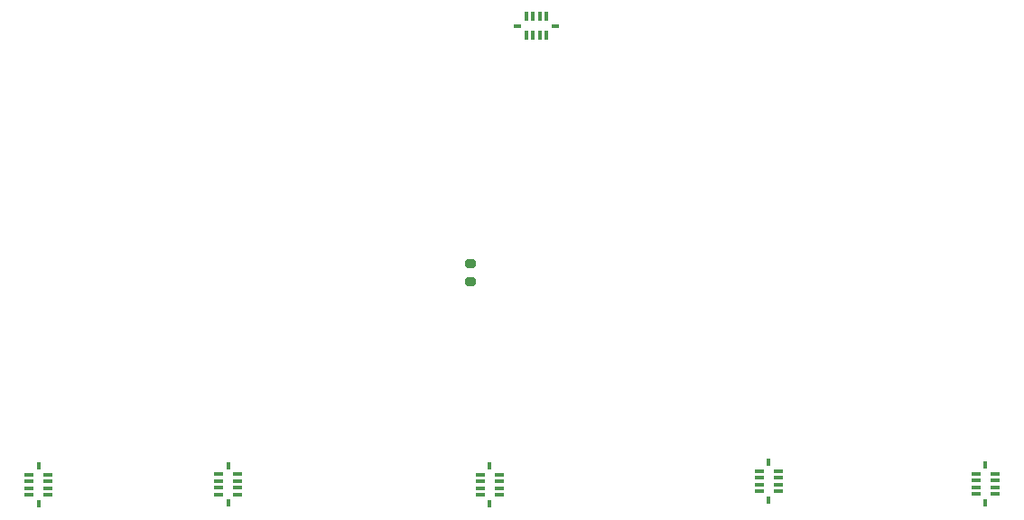
<source format=gbr>
%TF.GenerationSoftware,KiCad,Pcbnew,7.0.9*%
%TF.CreationDate,2023-11-28T19:04:43+01:00*%
%TF.ProjectId,z80,7a38302e-6b69-4636-9164-5f7063625858,1.0*%
%TF.SameCoordinates,Original*%
%TF.FileFunction,Paste,Bot*%
%TF.FilePolarity,Positive*%
%FSLAX46Y46*%
G04 Gerber Fmt 4.6, Leading zero omitted, Abs format (unit mm)*
G04 Created by KiCad (PCBNEW 7.0.9) date 2023-11-28 19:04:43*
%MOMM*%
%LPD*%
G01*
G04 APERTURE LIST*
G04 Aperture macros list*
%AMRoundRect*
0 Rectangle with rounded corners*
0 $1 Rounding radius*
0 $2 $3 $4 $5 $6 $7 $8 $9 X,Y pos of 4 corners*
0 Add a 4 corners polygon primitive as box body*
4,1,4,$2,$3,$4,$5,$6,$7,$8,$9,$2,$3,0*
0 Add four circle primitives for the rounded corners*
1,1,$1+$1,$2,$3*
1,1,$1+$1,$4,$5*
1,1,$1+$1,$6,$7*
1,1,$1+$1,$8,$9*
0 Add four rect primitives between the rounded corners*
20,1,$1+$1,$2,$3,$4,$5,0*
20,1,$1+$1,$4,$5,$6,$7,0*
20,1,$1+$1,$6,$7,$8,$9,0*
20,1,$1+$1,$8,$9,$2,$3,0*%
G04 Aperture macros list end*
%ADD10R,0.458800X0.735600*%
%ADD11R,0.888000X0.306400*%
%ADD12R,0.735600X0.458800*%
%ADD13R,0.306400X0.888000*%
%ADD14RoundRect,0.200000X-0.275000X0.200000X-0.275000X-0.200000X0.275000X-0.200000X0.275000X0.200000X0*%
G04 APERTURE END LIST*
D10*
%TO.C,RN6*%
X182880000Y-116478401D03*
X182880000Y-119995599D03*
D11*
X183762299Y-117284500D03*
X183762299Y-117919500D03*
X183762299Y-118554500D03*
X183762299Y-119189500D03*
X181997701Y-119189500D03*
X181997701Y-118554500D03*
X181997701Y-117919500D03*
X181997701Y-117284500D03*
%TD*%
D10*
%TO.C,RN2*%
X136398000Y-120097099D03*
X136398000Y-116579901D03*
D11*
X135515701Y-119291000D03*
X135515701Y-118656000D03*
X135515701Y-118021000D03*
X135515701Y-117386000D03*
X137280299Y-117386000D03*
X137280299Y-118021000D03*
X137280299Y-118656000D03*
X137280299Y-119291000D03*
%TD*%
D10*
%TO.C,RN4*%
X111893701Y-116541901D03*
X111893701Y-120059099D03*
D11*
X112776000Y-117348000D03*
X112776000Y-117983000D03*
X112776000Y-118618000D03*
X112776000Y-119253000D03*
X111011402Y-119253000D03*
X111011402Y-118618000D03*
X111011402Y-117983000D03*
X111011402Y-117348000D03*
%TD*%
D12*
%TO.C,RN7*%
X139020901Y-75304299D03*
X142538099Y-75304299D03*
D13*
X139827000Y-74422000D03*
X140462000Y-74422000D03*
X141097000Y-74422000D03*
X141732000Y-74422000D03*
X141732000Y-76186598D03*
X141097000Y-76186598D03*
X140462000Y-76186598D03*
X139827000Y-76186598D03*
%TD*%
D14*
%TO.C,R4*%
X134620000Y-97600000D03*
X134620000Y-99250000D03*
%TD*%
D10*
%TO.C,RN5*%
X162560000Y-119741599D03*
X162560000Y-116224401D03*
D11*
X161677701Y-118935500D03*
X161677701Y-118300500D03*
X161677701Y-117665500D03*
X161677701Y-117030500D03*
X163442299Y-117030500D03*
X163442299Y-117665500D03*
X163442299Y-118300500D03*
X163442299Y-118935500D03*
%TD*%
D10*
%TO.C,RN3*%
X94107000Y-116579901D03*
X94107000Y-120097099D03*
D11*
X94989299Y-117386000D03*
X94989299Y-118021000D03*
X94989299Y-118656000D03*
X94989299Y-119291000D03*
X93224701Y-119291000D03*
X93224701Y-118656000D03*
X93224701Y-118021000D03*
X93224701Y-117386000D03*
%TD*%
M02*

</source>
